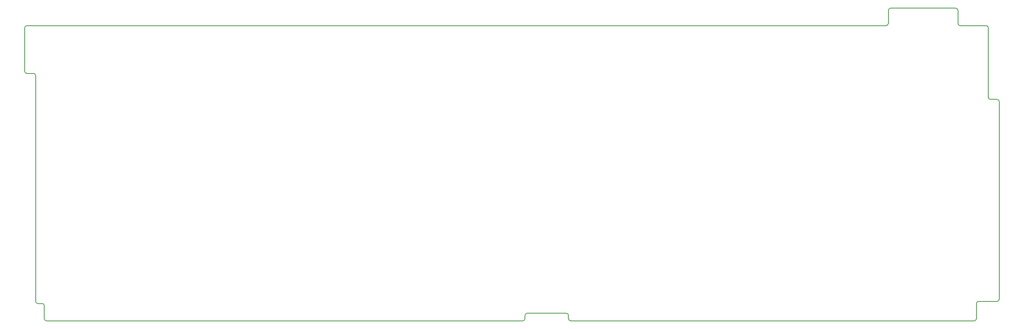
<source format=gm1>
G04 #@! TF.FileFunction,Profile,NP*
%FSLAX46Y46*%
G04 Gerber Fmt 4.6, Leading zero omitted, Abs format (unit mm)*
G04 Created by KiCad (PCBNEW 4.0.7) date 05/05/18 17:10:26*
%MOMM*%
%LPD*%
G01*
G04 APERTURE LIST*
%ADD10C,0.100000*%
%ADD11C,0.150000*%
G04 APERTURE END LIST*
D10*
D11*
X33000000Y-36000000D02*
X33000000Y-88000000D01*
X31000000Y-35500000D02*
X32500000Y-35500000D01*
X30500000Y-25000000D02*
X30500000Y-35000000D01*
X228500000Y-24500000D02*
X31000000Y-24500000D01*
X229000000Y-21000000D02*
X229000000Y-24000000D01*
X35500000Y-92500000D02*
X145000000Y-92500000D01*
X35000000Y-92000000D02*
X35000000Y-89000000D01*
X33500000Y-88500000D02*
X34500000Y-88500000D01*
X228500000Y-24500000D02*
G75*
G03X229000000Y-24000000I0J500000D01*
G01*
X31000000Y-24500000D02*
G75*
G03X30500000Y-25000000I0J-500000D01*
G01*
X30500000Y-35000000D02*
G75*
G03X31000000Y-35500000I500000J0D01*
G01*
X33000000Y-36000000D02*
G75*
G03X32500000Y-35500000I-500000J0D01*
G01*
X33000000Y-88000000D02*
G75*
G03X33500000Y-88500000I500000J0D01*
G01*
X35000000Y-89000000D02*
G75*
G03X34500000Y-88500000I-500000J0D01*
G01*
X35000000Y-92000000D02*
G75*
G03X35500000Y-92500000I500000J0D01*
G01*
X145500000Y-91250000D02*
X145500000Y-92000000D01*
X155000000Y-90750000D02*
X146000000Y-90750000D01*
X155500000Y-92000000D02*
X155500000Y-91250000D01*
X248750000Y-92500000D02*
X156000000Y-92500000D01*
X145000000Y-92500000D02*
G75*
G03X145500000Y-92000000I0J500000D01*
G01*
X146000000Y-90750000D02*
G75*
G03X145500000Y-91250000I0J-500000D01*
G01*
X155500000Y-91250000D02*
G75*
G03X155000000Y-90750000I-500000J0D01*
G01*
X155500000Y-92000000D02*
G75*
G03X156000000Y-92500000I500000J0D01*
G01*
X249250000Y-92000000D02*
X249250000Y-88500000D01*
X254500000Y-87500000D02*
X254500000Y-42000000D01*
X249750000Y-88000000D02*
X254000000Y-88000000D01*
X248750000Y-92500000D02*
G75*
G03X249250000Y-92000000I0J500000D01*
G01*
X249750000Y-88000000D02*
G75*
G03X249250000Y-88500000I0J-500000D01*
G01*
X254000000Y-88000000D02*
G75*
G03X254500000Y-87500000I0J500000D01*
G01*
X252500000Y-41500000D02*
X254000000Y-41500000D01*
X254500000Y-42000000D02*
G75*
G03X254000000Y-41500000I-500000J0D01*
G01*
X252000000Y-41000000D02*
X252000000Y-25000000D01*
X252000000Y-41000000D02*
G75*
G03X252500000Y-41500000I500000J0D01*
G01*
X247000000Y-24500000D02*
X251500000Y-24500000D01*
X245000000Y-21000000D02*
X245000000Y-24000000D01*
X247000000Y-24500000D02*
X245500000Y-24500000D01*
X252000000Y-25000000D02*
G75*
G03X251500000Y-24500000I-500000J0D01*
G01*
X245000000Y-24000000D02*
G75*
G03X245500000Y-24500000I500000J0D01*
G01*
X229500000Y-20500000D02*
X244500000Y-20500000D01*
X245000000Y-21000000D02*
G75*
G03X244500000Y-20500000I-500000J0D01*
G01*
X229500000Y-20500000D02*
G75*
G03X229000000Y-21000000I0J-500000D01*
G01*
M02*

</source>
